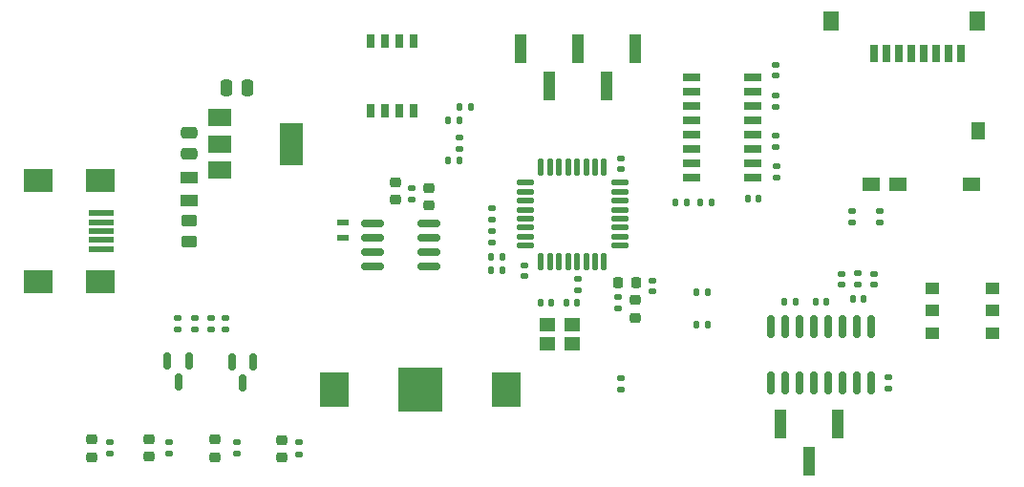
<source format=gbr>
%TF.GenerationSoftware,KiCad,Pcbnew,7.0.2*%
%TF.CreationDate,2023-05-10T11:38:04+01:00*%
%TF.ProjectId,serial_snooper,73657269-616c-45f7-936e-6f6f7065722e,rev?*%
%TF.SameCoordinates,Original*%
%TF.FileFunction,Paste,Top*%
%TF.FilePolarity,Positive*%
%FSLAX46Y46*%
G04 Gerber Fmt 4.6, Leading zero omitted, Abs format (unit mm)*
G04 Created by KiCad (PCBNEW 7.0.2) date 2023-05-10 11:38:04*
%MOMM*%
%LPD*%
G01*
G04 APERTURE LIST*
G04 Aperture macros list*
%AMRoundRect*
0 Rectangle with rounded corners*
0 $1 Rounding radius*
0 $2 $3 $4 $5 $6 $7 $8 $9 X,Y pos of 4 corners*
0 Add a 4 corners polygon primitive as box body*
4,1,4,$2,$3,$4,$5,$6,$7,$8,$9,$2,$3,0*
0 Add four circle primitives for the rounded corners*
1,1,$1+$1,$2,$3*
1,1,$1+$1,$4,$5*
1,1,$1+$1,$6,$7*
1,1,$1+$1,$8,$9*
0 Add four rect primitives between the rounded corners*
20,1,$1+$1,$2,$3,$4,$5,0*
20,1,$1+$1,$4,$5,$6,$7,0*
20,1,$1+$1,$6,$7,$8,$9,0*
20,1,$1+$1,$8,$9,$2,$3,0*%
G04 Aperture macros list end*
%ADD10R,1.200000X1.000000*%
%ADD11RoundRect,0.218750X0.256250X-0.218750X0.256250X0.218750X-0.256250X0.218750X-0.256250X-0.218750X0*%
%ADD12RoundRect,0.140000X-0.140000X-0.170000X0.140000X-0.170000X0.140000X0.170000X-0.140000X0.170000X0*%
%ADD13RoundRect,0.140000X0.170000X-0.140000X0.170000X0.140000X-0.170000X0.140000X-0.170000X-0.140000X0*%
%ADD14RoundRect,0.140000X0.140000X0.170000X-0.140000X0.170000X-0.140000X-0.170000X0.140000X-0.170000X0*%
%ADD15RoundRect,0.250000X0.250000X0.475000X-0.250000X0.475000X-0.250000X-0.475000X0.250000X-0.475000X0*%
%ADD16RoundRect,0.135000X0.185000X-0.135000X0.185000X0.135000X-0.185000X0.135000X-0.185000X-0.135000X0*%
%ADD17RoundRect,0.135000X-0.185000X0.135000X-0.185000X-0.135000X0.185000X-0.135000X0.185000X0.135000X0*%
%ADD18RoundRect,0.135000X0.135000X0.185000X-0.135000X0.185000X-0.135000X-0.185000X0.135000X-0.185000X0*%
%ADD19RoundRect,0.150000X-0.150000X0.587500X-0.150000X-0.587500X0.150000X-0.587500X0.150000X0.587500X0*%
%ADD20R,1.400000X1.200000*%
%ADD21R,1.000000X2.510000*%
%ADD22RoundRect,0.150000X-0.150000X0.825000X-0.150000X-0.825000X0.150000X-0.825000X0.150000X0.825000X0*%
%ADD23RoundRect,0.135000X-0.135000X-0.185000X0.135000X-0.185000X0.135000X0.185000X-0.135000X0.185000X0*%
%ADD24RoundRect,0.140000X-0.170000X0.140000X-0.170000X-0.140000X0.170000X-0.140000X0.170000X0.140000X0*%
%ADD25RoundRect,0.225000X0.250000X-0.225000X0.250000X0.225000X-0.250000X0.225000X-0.250000X-0.225000X0*%
%ADD26R,1.400000X1.700000*%
%ADD27R,1.500000X1.150000*%
%ADD28R,0.800000X1.500000*%
%ADD29R,1.150000X1.500000*%
%ADD30RoundRect,0.225000X-0.250000X0.225000X-0.250000X-0.225000X0.250000X-0.225000X0.250000X0.225000X0*%
%ADD31R,0.760000X1.250000*%
%ADD32RoundRect,0.218750X0.218750X0.256250X-0.218750X0.256250X-0.218750X-0.256250X0.218750X-0.256250X0*%
%ADD33RoundRect,0.125000X0.125000X-0.625000X0.125000X0.625000X-0.125000X0.625000X-0.125000X-0.625000X0*%
%ADD34RoundRect,0.125000X0.625000X-0.125000X0.625000X0.125000X-0.625000X0.125000X-0.625000X-0.125000X0*%
%ADD35R,2.500000X2.000000*%
%ADD36R,2.250000X0.500000*%
%ADD37RoundRect,0.218750X-0.256250X0.218750X-0.256250X-0.218750X0.256250X-0.218750X0.256250X0.218750X0*%
%ADD38RoundRect,0.150000X-0.825000X-0.150000X0.825000X-0.150000X0.825000X0.150000X-0.825000X0.150000X0*%
%ADD39R,1.550000X0.700000*%
%ADD40R,1.520000X1.000000*%
%ADD41RoundRect,0.250000X0.475000X-0.250000X0.475000X0.250000X-0.475000X0.250000X-0.475000X-0.250000X0*%
%ADD42R,2.000000X1.500000*%
%ADD43R,2.000000X3.800000*%
%ADD44RoundRect,0.250000X0.450000X-0.262500X0.450000X0.262500X-0.450000X0.262500X-0.450000X-0.262500X0*%
%ADD45R,1.100000X0.600000*%
%ADD46R,2.540000X3.170000*%
%ADD47R,3.960000X3.960000*%
G04 APERTURE END LIST*
D10*
%TO.C,SW2*%
X191000000Y-95800000D03*
X191000000Y-97800000D03*
X191000000Y-99800000D03*
X185600000Y-95800000D03*
X185600000Y-97800000D03*
X185600000Y-99800000D03*
%TD*%
D11*
%TO.C,D5*%
X116186666Y-110750000D03*
X116186666Y-109175000D03*
%TD*%
D12*
%TO.C,C19*%
X169270000Y-87900000D03*
X170230000Y-87900000D03*
%TD*%
D13*
%TO.C,C4*%
X177600000Y-95480000D03*
X177600000Y-94520000D03*
%TD*%
D11*
%TO.C,D4*%
X122093332Y-110787500D03*
X122093332Y-109212500D03*
%TD*%
D14*
%TO.C,C7*%
X147500000Y-94250000D03*
X146540000Y-94250000D03*
%TD*%
D12*
%TO.C,C8*%
X150900000Y-97106000D03*
X151860000Y-97106000D03*
%TD*%
D15*
%TO.C,C11*%
X124950000Y-78010000D03*
X123050000Y-78010000D03*
%TD*%
D16*
%TO.C,R2*%
X112750000Y-110510000D03*
X112750000Y-109490000D03*
%TD*%
%TO.C,R10*%
X179000000Y-95510000D03*
X179000000Y-94490000D03*
%TD*%
D17*
%TO.C,R21*%
X146600000Y-88690000D03*
X146600000Y-89710000D03*
%TD*%
D16*
%TO.C,R5*%
X143702513Y-83500000D03*
X143702513Y-82480000D03*
%TD*%
D18*
%TO.C,R13*%
X166110000Y-88200000D03*
X165090000Y-88200000D03*
%TD*%
D16*
%TO.C,R14*%
X171800000Y-86020000D03*
X171800000Y-85000000D03*
%TD*%
D19*
%TO.C,Q1*%
X125450000Y-102375000D03*
X123550000Y-102375000D03*
X124500000Y-104250000D03*
%TD*%
D14*
%TO.C,C6*%
X176230000Y-97000000D03*
X175270000Y-97000000D03*
%TD*%
D17*
%TO.C,R23*%
X139515000Y-86920000D03*
X139515000Y-87940000D03*
%TD*%
D20*
%TO.C,Y1*%
X151550000Y-100750000D03*
X153750000Y-100750000D03*
X153750000Y-99050000D03*
X151550000Y-99050000D03*
%TD*%
D21*
%TO.C,J2*%
X159290000Y-74595000D03*
X156750000Y-77905000D03*
X154210000Y-74595000D03*
X151670000Y-77905000D03*
X149130000Y-74595000D03*
%TD*%
D22*
%TO.C,U3*%
X180180000Y-99250000D03*
X178910000Y-99250000D03*
X177640000Y-99250000D03*
X176370000Y-99250000D03*
X175100000Y-99250000D03*
X173830000Y-99250000D03*
X172560000Y-99250000D03*
X171290000Y-99250000D03*
X171290000Y-104200000D03*
X172560000Y-104200000D03*
X173830000Y-104200000D03*
X175100000Y-104200000D03*
X176370000Y-104200000D03*
X177640000Y-104200000D03*
X178910000Y-104200000D03*
X180180000Y-104200000D03*
%TD*%
D17*
%TO.C,R16*%
X171750000Y-78740000D03*
X171750000Y-79760000D03*
%TD*%
D16*
%TO.C,R27*%
X118000000Y-110510000D03*
X118000000Y-109490000D03*
%TD*%
D23*
%TO.C,R3*%
X143750000Y-79750000D03*
X144770000Y-79750000D03*
%TD*%
%TO.C,R1*%
X146500000Y-93000000D03*
X147520000Y-93000000D03*
%TD*%
D24*
%TO.C,C3*%
X160862000Y-95120000D03*
X160862000Y-96080000D03*
%TD*%
%TO.C,C2*%
X157814000Y-96616000D03*
X157814000Y-97576000D03*
%TD*%
%TO.C,C13*%
X181735000Y-103745000D03*
X181735000Y-104705000D03*
%TD*%
D25*
%TO.C,C20*%
X138015000Y-87995000D03*
X138015000Y-86445000D03*
%TD*%
D16*
%TO.C,R26*%
X118750000Y-99500000D03*
X118750000Y-98480000D03*
%TD*%
D26*
%TO.C,J6*%
X189600000Y-72100000D03*
D27*
X189150000Y-86575000D03*
X180250000Y-86575000D03*
D26*
X176700000Y-72100000D03*
D27*
X182550000Y-86575000D03*
D28*
X188150000Y-75000000D03*
X187050000Y-75000000D03*
D29*
X189725000Y-81850000D03*
D28*
X185950000Y-75000000D03*
X184850000Y-75000000D03*
X183750000Y-75000000D03*
X182650000Y-75000000D03*
X181550000Y-75000000D03*
X180450000Y-75000000D03*
%TD*%
D30*
%TO.C,C21*%
X141015000Y-86940000D03*
X141015000Y-88490000D03*
%TD*%
D12*
%TO.C,C9*%
X153186000Y-97106000D03*
X154146000Y-97106000D03*
%TD*%
D23*
%TO.C,R19*%
X164740000Y-99010000D03*
X165760000Y-99010000D03*
%TD*%
D16*
%TO.C,R15*%
X171750000Y-83270000D03*
X171750000Y-82250000D03*
%TD*%
D31*
%TO.C,SW1*%
X139700000Y-73900000D03*
X138430000Y-73900000D03*
X137160000Y-73900000D03*
X135890000Y-73900000D03*
X135890000Y-80050000D03*
X137160000Y-80050000D03*
X138430000Y-80050000D03*
X139700000Y-80050000D03*
%TD*%
D32*
%TO.C,FB1*%
X159389000Y-95346000D03*
X157814000Y-95346000D03*
%TD*%
D33*
%TO.C,U1*%
X150950000Y-93425000D03*
X151750000Y-93425000D03*
X152550000Y-93425000D03*
X153350000Y-93425000D03*
X154150000Y-93425000D03*
X154950000Y-93425000D03*
X155750000Y-93425000D03*
X156550000Y-93425000D03*
D34*
X157925000Y-92050000D03*
X157925000Y-91250000D03*
X157925000Y-90450000D03*
X157925000Y-89650000D03*
X157925000Y-88850000D03*
X157925000Y-88050000D03*
X157925000Y-87250000D03*
X157925000Y-86450000D03*
D33*
X156550000Y-85075000D03*
X155750000Y-85075000D03*
X154950000Y-85075000D03*
X154150000Y-85075000D03*
X153350000Y-85075000D03*
X152550000Y-85075000D03*
X151750000Y-85075000D03*
X150950000Y-85075000D03*
D34*
X149575000Y-86450000D03*
X149575000Y-87250000D03*
X149575000Y-88050000D03*
X149575000Y-88850000D03*
X149575000Y-89650000D03*
X149575000Y-90450000D03*
X149575000Y-91250000D03*
X149575000Y-92050000D03*
%TD*%
D14*
%TO.C,C5*%
X179580000Y-96750000D03*
X178620000Y-96750000D03*
%TD*%
D16*
%TO.C,R18*%
X124000000Y-110510000D03*
X124000000Y-109490000D03*
%TD*%
D18*
%TO.C,R4*%
X143700000Y-84450000D03*
X142680000Y-84450000D03*
%TD*%
D35*
%TO.C,J8*%
X106415000Y-95200000D03*
X111865000Y-95200000D03*
X106415000Y-86300000D03*
X111865000Y-86300000D03*
D36*
X111990000Y-92350000D03*
X111990000Y-91550000D03*
X111990000Y-90750000D03*
X111990000Y-89950000D03*
X111990000Y-89150000D03*
%TD*%
D23*
%TO.C,R20*%
X164740000Y-96200000D03*
X165760000Y-96200000D03*
%TD*%
D24*
%TO.C,C17*%
X149500000Y-93770000D03*
X149500000Y-94730000D03*
%TD*%
D37*
%TO.C,D3*%
X128000000Y-109252500D03*
X128000000Y-110827500D03*
%TD*%
D21*
%TO.C,J1*%
X177290000Y-107845000D03*
X174750000Y-111155000D03*
X172210000Y-107845000D03*
%TD*%
D16*
%TO.C,R25*%
X178500000Y-90000000D03*
X178500000Y-88980000D03*
%TD*%
D24*
%TO.C,C16*%
X158062000Y-84309000D03*
X158062000Y-85269000D03*
%TD*%
D38*
%TO.C,U4*%
X136040000Y-90090000D03*
X136040000Y-91360000D03*
X136040000Y-92630000D03*
X136040000Y-93900000D03*
X140990000Y-93900000D03*
X140990000Y-92630000D03*
X140990000Y-91360000D03*
X140990000Y-90090000D03*
%TD*%
D39*
%TO.C,IC1*%
X169750000Y-86040000D03*
X169750000Y-84770000D03*
X169750000Y-83500000D03*
X169750000Y-82230000D03*
X169750000Y-80960000D03*
X169750000Y-79690000D03*
X169750000Y-78420000D03*
X169750000Y-77150000D03*
X164300000Y-77150000D03*
X164300000Y-78420000D03*
X164300000Y-79690000D03*
X164300000Y-80960000D03*
X164300000Y-82230000D03*
X164300000Y-83500000D03*
X164300000Y-84770000D03*
X164300000Y-86040000D03*
%TD*%
D16*
%TO.C,R12*%
X123000000Y-99510000D03*
X123000000Y-98490000D03*
%TD*%
%TO.C,R17*%
X181000000Y-90000000D03*
X181000000Y-88980000D03*
%TD*%
%TO.C,R11*%
X120250000Y-99500000D03*
X120250000Y-98480000D03*
%TD*%
D12*
%TO.C,C12*%
X172540000Y-97000000D03*
X173500000Y-97000000D03*
%TD*%
D11*
%TO.C,D1*%
X111100000Y-110787500D03*
X111100000Y-109212500D03*
%TD*%
D24*
%TO.C,C1*%
X154250000Y-95020000D03*
X154250000Y-95980000D03*
%TD*%
D40*
%TO.C,F2*%
X119750000Y-88020000D03*
X119750000Y-86000000D03*
%TD*%
D41*
%TO.C,C10*%
X119750000Y-83910000D03*
X119750000Y-82010000D03*
%TD*%
D42*
%TO.C,U2*%
X122500000Y-80710000D03*
X122500000Y-83010000D03*
D43*
X128800000Y-83010000D03*
D42*
X122500000Y-85310000D03*
%TD*%
D30*
%TO.C,C15*%
X159338000Y-96870000D03*
X159338000Y-98420000D03*
%TD*%
D16*
%TO.C,R8*%
X129500000Y-110520000D03*
X129500000Y-109500000D03*
%TD*%
%TO.C,R28*%
X158000000Y-104770000D03*
X158000000Y-103750000D03*
%TD*%
D44*
%TO.C,R9*%
X119750000Y-91672500D03*
X119750000Y-89847500D03*
%TD*%
D45*
%TO.C,Y2*%
X133430000Y-89950000D03*
X133430000Y-91350000D03*
%TD*%
D46*
%TO.C,H5*%
X132660000Y-104800000D03*
X147900000Y-104800000D03*
D47*
X140280000Y-104800000D03*
%TD*%
D23*
%TO.C,R24*%
X162890000Y-88200000D03*
X163910000Y-88200000D03*
%TD*%
D19*
%TO.C,Q2*%
X119750000Y-102250000D03*
X117850000Y-102250000D03*
X118800000Y-104125000D03*
%TD*%
D18*
%TO.C,R6*%
X143700000Y-80950000D03*
X142680000Y-80950000D03*
%TD*%
D24*
%TO.C,C18*%
X171750000Y-76020000D03*
X171750000Y-76980000D03*
%TD*%
D16*
%TO.C,R22*%
X146600000Y-91800000D03*
X146600000Y-90780000D03*
%TD*%
D24*
%TO.C,C14*%
X180500000Y-94520000D03*
X180500000Y-95480000D03*
%TD*%
D17*
%TO.C,R7*%
X121750000Y-98490000D03*
X121750000Y-99510000D03*
%TD*%
M02*

</source>
